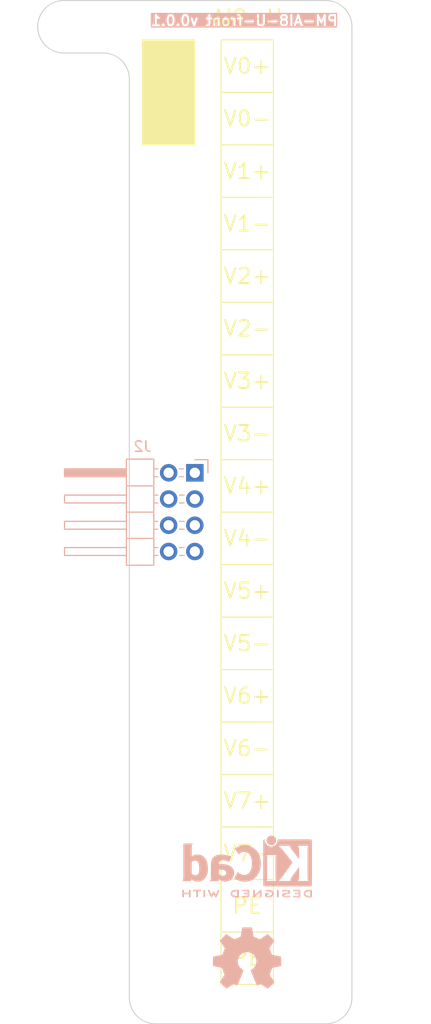
<source format=kicad_pcb>
(kicad_pcb (version 20240108) (generator "pcbnew") (generator_version "8.0")
  (layers (0 "F.Cu" signal) (31 "B.Cu" signal) (34 "B.Paste" user) (35 "F.Paste" user) (36 "B.SilkS" user "B.Silkscreen") (37 "F.SilkS" user "F.Silkscreen") (38 "B.Mask" user) (39 "F.Mask" user) (44 "Edge.Cuts" user))
  (net 0 "")
  (footprint "Symbol:KiCad-Logo2_5mm_SilkScreen" (layer "B.Cu") (at 71.12 134.62 180)
    (property "Reference" "Logo_kicad" (hide yes))
    (property "Value" "KiCad-Logo2_5mm_SilkScreen" (hide yes))
  )
  (footprint "Symbol:OSHW-Symbol_6.7x6mm_SilkScreen" (layer "B.Cu") (at 71.12 143.51 180)
    (property "Reference" "REF**" (hide yes))
    (property "Value" "OSHW-Symbol_6.7x6mm_SilkScreen" (hide yes))
  )
  (footprint "Connector_PinHeader_2.54mm:PinHeader_2x04_P2.54mm_Horizontal" (layer "B.Cu") (at 66.04 96.52 180)
    (property "Reference" "J2" (at 5.08 2.54 0) (layer "B.SilkS") (effects (justify mirror)))
    (property "Value" "PinHeader_02x04_P2.54_THT_angle")
    (pad "1" thru_hole rect (at 0 0 180) (size 1.7 1.7) (drill 1) (layers "*.Cu" "*.Mask"))
    (pad "2" thru_hole oval (at 2.54 0 180) (size 1.7 1.7) (drill 1) (layers "*.Cu" "*.Mask"))
    (pad "3" thru_hole oval (at 0 -2.54 180) (size 1.7 1.7) (drill 1) (layers "*.Cu" "*.Mask"))
    (pad "4" thru_hole oval (at 2.54 -2.54 180) (size 1.7 1.7) (drill 1) (layers "*.Cu" "*.Mask"))
    (pad "5" thru_hole oval (at 0 -5.08 180) (size 1.7 1.7) (drill 1) (layers "*.Cu" "*.Mask"))
    (pad "6" thru_hole oval (at 2.54 -5.08 180) (size 1.7 1.7) (drill 1) (layers "*.Cu" "*.Mask"))
    (pad "7" thru_hole oval (at 0 -7.62 180) (size 1.7 1.7) (drill 1) (layers "*.Cu" "*.Mask"))
    (pad "8" thru_hole oval (at 2.54 -7.62 180) (size 1.7 1.7) (drill 1) (layers "*.Cu" "*.Mask"))
  )
  (gr_rect (start 68.58 110.49) (end 73.66 115.57) (stroke (width 0.1)) (fill none) (layer "F.SilkS"))
  (gr_rect (start 68.58 90.17) (end 73.66 95.25) (stroke (width 0.1)) (fill none) (layer "F.SilkS"))
  (gr_rect (start 68.58 54.61) (end 73.66 59.69) (stroke (width 0.1)) (fill none) (layer "F.SilkS"))
  (gr_rect (start 68.58 115.57) (end 73.66 120.65) (stroke (width 0.1)) (fill none) (layer "F.SilkS"))
  (gr_rect (start 68.58 74.93) (end 73.66 80.01) (stroke (width 0.1)) (fill none) (layer "F.SilkS"))
  (gr_rect (start 68.58 130.81) (end 73.66 135.89) (stroke (width 0.1)) (fill none) (layer "F.SilkS"))
  (gr_rect (start 68.58 140.97) (end 73.66 146.05) (stroke (width 0.1)) (fill none) (layer "F.SilkS"))
  (gr_rect (start 68.58 59.69) (end 73.66 64.77) (stroke (width 0.1)) (fill none) (layer "F.SilkS"))
  (gr_rect (start 68.58 105.41) (end 73.66 110.49) (stroke (width 0.1)) (fill none) (layer "F.SilkS"))
  (gr_rect (start 68.58 95.25) (end 73.66 100.33) (stroke (width 0.1)) (fill none) (layer "F.SilkS"))
  (gr_rect (start 68.58 80.01) (end 73.66 85.09) (stroke (width 0.1)) (fill none) (layer "F.SilkS"))
  (gr_rect (start 68.58 85.09) (end 73.66 90.17) (stroke (width 0.1)) (fill none) (layer "F.SilkS"))
  (gr_rect (start 68.58 135.89) (end 73.66 140.97) (stroke (width 0.1)) (fill none) (layer "F.SilkS"))
  (gr_rect (start 68.58 69.85) (end 73.66 74.93) (stroke (width 0.1)) (fill none) (layer "F.SilkS"))
  (gr_rect (start 68.58 125.73) (end 73.66 130.81) (stroke (width 0.1)) (fill none) (layer "F.SilkS"))
  (gr_rect (start 68.58 120.65) (end 73.66 125.73) (stroke (width 0.1)) (fill none) (layer "F.SilkS"))
  (gr_rect (start 68.58 100.33) (end 73.66 105.41) (stroke (width 0.1)) (fill none) (layer "F.SilkS"))
  (gr_rect (start 60.96 54.61) (end 66.04 64.77) (stroke (width 0.1)) (fill solid) (layer "F.SilkS"))
  (gr_rect (start 68.58 64.77) (end 73.66 69.85) (stroke (width 0.1)) (fill none) (layer "F.SilkS"))
  (gr_line (start 81.28 53.34) (end 81.28 147.32) (stroke (width 0.1)) (layer "Edge.Cuts"))
  (gr_arc (start 78.74 50.8) (mid 80.536051 51.543949) (end 81.28 53.34) (stroke (width 0.1)) (layer "Edge.Cuts"))
  (gr_line (start 62.23 149.86) (end 78.74 149.86) (stroke (width 0.1)) (layer "Edge.Cuts"))
  (gr_arc (start 50.8 53.34) (mid 51.543949 51.543949) (end 53.34 50.8) (stroke (width 0.1)) (layer "Edge.Cuts"))
  (gr_line (start 53.34 55.88) (end 57.15 55.88) (stroke (width 0.1)) (layer "Edge.Cuts"))
  (gr_arc (start 62.23 149.86) (mid 60.433949 149.116051) (end 59.69 147.32) (stroke (width 0.1)) (layer "Edge.Cuts"))
  (gr_arc (start 81.28 147.32) (mid 80.536051 149.116051) (end 78.74 149.86) (stroke (width 0.1)) (layer "Edge.Cuts"))
  (gr_arc (start 53.34 55.88) (mid 51.543949 55.136051) (end 50.8 53.34) (stroke (width 0.1)) (layer "Edge.Cuts"))
  (gr_line (start 59.69 58.42) (end 59.69 147.32) (stroke (width 0.1)) (layer "Edge.Cuts"))
  (gr_arc (start 57.15 55.88) (mid 58.946051 56.623949) (end 59.69 58.42) (stroke (width 0.1)) (layer "Edge.Cuts"))
  (gr_line (start 53.34 50.8) (end 78.74 50.8) (stroke (width 0.1)) (layer "Edge.Cuts"))
  (gr_text "PM-AI8-U-front v0.0.1" (at 80.01 53.34 0) (layer "B.SilkS" knockout) (effects (font (size 1 1) (thickness 0.2) (bold yes)) (justify left bottom mirror)))
  (gr_text "PE" (at 71.12 138.43 0) (layer "F.SilkS") (effects (font (size 1.5 1.5) (thickness 0.2))))
  (gr_text "V7-" (at 71.12 133.35 0) (layer "F.SilkS") (effects (font (size 1.5 1.5) (thickness 0.2))))
  (gr_text "V7+" (at 71.12 128.27 0) (layer "F.SilkS") (effects (font (size 1.5 1.5) (thickness 0.2))))
  (gr_text "V2+" (at 71.12 77.47 0) (layer "F.SilkS") (effects (font (size 1.5 1.5) (thickness 0.2))))
  (gr_text "V3-" (at 71.12 92.71 0) (layer "F.SilkS") (effects (font (size 1.5 1.5) (thickness 0.2))))
  (gr_text "V2-" (at 71.12 82.55 0) (layer "F.SilkS") (effects (font (size 1.5 1.5) (thickness 0.2))))
  (gr_text "V4+" (at 71.12 97.79 0) (layer "F.SilkS") (effects (font (size 1.5 1.5) (thickness 0.2))))
  (gr_text "V1+" (at 71.12 67.31 0) (layer "F.SilkS") (effects (font (size 1.5 1.5) (thickness 0.2))))
  (gr_text "V6+" (at 71.12 118.11 0) (layer "F.SilkS") (effects (font (size 1.5 1.5) (thickness 0.2))))
  (gr_text "V5-" (at 71.12 113.03 0) (layer "F.SilkS") (effects (font (size 1.5 1.5) (thickness 0.2))))
  (gr_text "V4-" (at 71.12 102.87 0) (layer "F.SilkS") (effects (font (size 1.5 1.5) (thickness 0.2))))
  (gr_text "V1-" (at 71.12 72.39 0) (layer "F.SilkS") (effects (font (size 1.5 1.5) (thickness 0.2))))
  (gr_text "PE" (at 71.12 143.51 0) (layer "F.SilkS") (effects (font (size 1.5 1.5) (thickness 0.2))))
  (gr_text "V0+" (at 71.12 57.15 0) (layer "F.SilkS") (effects (font (size 1.5 1.5) (thickness 0.2))))
  (gr_text "V5+" (at 71.12 107.95 0) (layer "F.SilkS") (effects (font (size 1.5 1.5) (thickness 0.2))))
  (gr_text "V3+" (at 71.12 87.63 0) (layer "F.SilkS") (effects (font (size 1.5 1.5) (thickness 0.2))))
  (gr_text "V6-" (at 71.12 123.19 0) (layer "F.SilkS") (effects (font (size 1.5 1.5) (thickness 0.2))))
  (gr_text "V0-" (at 71.12 62.23 0) (layer "F.SilkS") (effects (font (size 1.5 1.5) (thickness 0.2))))
  (gr_text "AI8-U" (at 71.12 53.34 0) (layer "F.SilkS") (effects (font (size 1.5 1.5) (thickness 0.2)) (justify bottom)))
)
</source>
